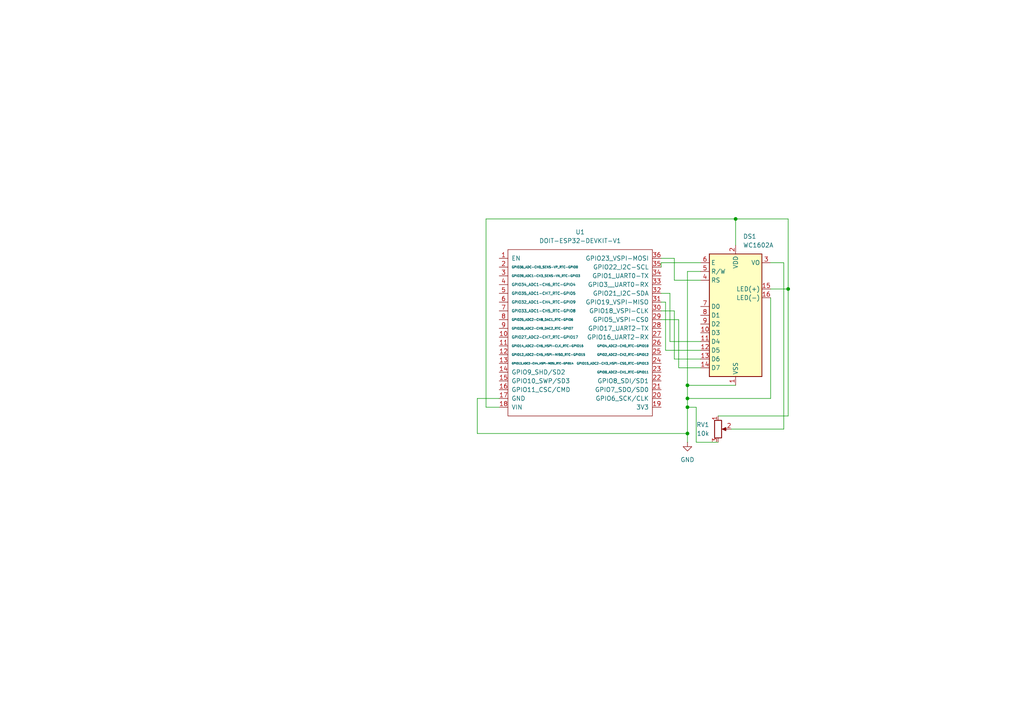
<source format=kicad_sch>
(kicad_sch (version 20250114) (generator "eeschema") (generator_version "9.0")
  (paper "A4")
  (title_block (title "POITimer") (rev "1"))
  (lib_symbols
    (symbol "Device:R_Potentiometer" (pin_names (offset 1.016) (hide yes))
      (property "Reference" "RV" (at -4.445 0 90))
      (property "Value" "R_Potentiometer" (at -2.54 0 90))
      (symbol "R_Potentiometer_0_1"
        (rectangle (start 1.016 2.54) (end -1.016 -2.54) (stroke (width 0.254)))
        (polyline (pts (xy 1.143 0) (xy 2.286 0.508) (xy 2.286 -0.508) (xy 1.143 0)) (fill (type outline)))
        (polyline (pts (xy 2.54 0) (xy 1.524 0)))
      )
      (symbol "R_Potentiometer_1_1"
        (pin passive line (at 0 3.81 270) (length 1.27) (name "1") (number "1"))
        (pin passive line (at 0 -3.81 90) (length 1.27) (name "3") (number "3"))
        (pin passive line (at 3.81 0 180) (length 1.27) (name "2") (number "2"))
      )
    )
    (symbol "Display_Character:WC1602A"
      (property "Reference" "DS" (at -5.842 19.05 0))
      (property "Value" "WC1602A" (at 5.334 19.05 0))
      (symbol "WC1602A_1_1"
        (rectangle (start -7.62 17.78) (end 7.62 -17.78) (stroke (width 0.254)) (fill (type background)))
        (pin input line (at -10.16 15.24 0) (length 2.54) (name "E") (number "6"))
        (pin input line (at -10.16 12.7 0) (length 2.54) (name "R/W") (number "5"))
        (pin input line (at -10.16 10.16 0) (length 2.54) (name "RS") (number "4"))
        (pin input line (at -10.16 2.54 0) (length 2.54) (name "D0") (number "7"))
        (pin input line (at -10.16 0 0) (length 2.54) (name "D1") (number "8"))
        (pin input line (at -10.16 -2.54 0) (length 2.54) (name "D2") (number "9"))
        (pin input line (at -10.16 -5.08 0) (length 2.54) (name "D3") (number "10"))
        (pin input line (at -10.16 -7.62 0) (length 2.54) (name "D4") (number "11"))
        (pin input line (at -10.16 -10.16 0) (length 2.54) (name "D5") (number "12"))
        (pin input line (at -10.16 -12.7 0) (length 2.54) (name "D6") (number "13"))
        (pin input line (at -10.16 -15.24 0) (length 2.54) (name "D7") (number "14"))
        (pin power_in line (at 0 20.32 270) (length 2.54) (name "VDD") (number "2"))
        (pin power_in line (at 0 -20.32 90) (length 2.54) (name "VSS") (number "1"))
        (pin input line (at 10.16 15.24 180) (length 2.54) (name "VO") (number "3"))
        (pin power_in line (at 10.16 7.62 180) (length 2.54) (name "LED(+)") (number "15"))
        (pin power_in line (at 10.16 5.08 180) (length 2.54) (name "LED(-)") (number "16"))
      )
    )
    (symbol "doit-esp32-devkit-v1:DOIT-ESP32-DEVKIT-V1" (pin_names (offset 1.016))
      (property "Reference" "U" (at -1.27 11.43 0))
      (property "Value" "DOIT-ESP32-DEVKIT-V1" (at 0 13.97 0))
      (symbol "DOIT-ESP32-DEVKIT-V1_0_1"
        (rectangle (start 20.32 10.16) (end -21.59 -38.1))
      )
      (symbol "DOIT-ESP32-DEVKIT-V1_1_1"
        (pin output line (at -24.13 7.62 0) (length 2.54) (name "EN") (number "1"))
        (pin bidirectional line (at -24.13 5.08 0) (length 2.54) (name "GPIO36_ADC-CH0_SENS-VP_RTC-GPIO0") (number "2"))
        (pin bidirectional line (at -24.13 2.54 0) (length 2.54) (name "GPIO39_ADC1-CH3_SENS-VN_RTC-GPIO3") (number "3"))
        (pin bidirectional line (at -24.13 0 0) (length 2.54) (name "GPIO34_ADC1-CH6_RTC-GPIO4") (number "4"))
        (pin bidirectional line (at -24.13 -2.54 0) (length 2.54) (name "GPIO35_ADC1-CH7_RTC-GPIO5") (number "5"))
        (pin bidirectional line (at -24.13 -5.08 0) (length 2.54) (name "GPIO32_ADC1-CH4_RTC-GPIO9") (number "6"))
        (pin bidirectional line (at -24.13 -7.62 0) (length 2.54) (name "GPIO33_ADC1-CH5_RTC-GPIO8") (number "7"))
        (pin bidirectional line (at -24.13 -10.16 0) (length 2.54) (name "GPIO25_ADC2-CH8_DAC1_RTC-GPIO6") (number "8"))
        (pin bidirectional line (at -24.13 -12.7 0) (length 2.54) (name "GPIO26_ADC2-CH9_DAC2_RTC-GPIO7") (number "9"))
        (pin bidirectional line (at -24.13 -15.24 0) (length 2.54) (name "GPIO27_ADC2-CH7_RTC-GPIO17") (number "10"))
        (pin bidirectional line (at -24.13 -17.78 0) (length 2.54) (name "GPIO14_ADC2-CH6_HSPI-CLK_RTC-GPIO16") (number "11"))
        (pin bidirectional line (at -24.13 -20.32 0) (length 2.54) (name "GPIO12_ADC2-CH5_HSPI-MISO_RTC-GPIO15") (number "12"))
        (pin bidirectional line (at -24.13 -22.86 0) (length 2.54) (name "GPIO13_ADC2-CH4_HSPI-MOSI_RTC-GPIO14") (number "13"))
        (pin unspecified line (at -24.13 -25.4 0) (length 2.54) (name "GPIO9_SHD/SD2") (number "14"))
        (pin unspecified line (at -24.13 -27.94 0) (length 2.54) (name "GPIO10_SWP/SD3") (number "15"))
        (pin unspecified line (at -24.13 -30.48 0) (length 2.54) (name "GPIO11_CSC/CMD") (number "16"))
        (pin bidirectional line (at -24.13 -33.02 0) (length 2.54) (name "GND") (number "17"))
        (pin bidirectional line (at -24.13 -35.56 0) (length 2.54) (name "VIN") (number "18"))
        (pin bidirectional line (at 22.86 7.62 180) (length 2.54) (name "GPIO23_VSPI-MOSI") (number "36"))
        (pin bidirectional line (at 22.86 5.08 180) (length 2.54) (name "GPIO22_I2C-SCL") (number "35"))
        (pin bidirectional line (at 22.86 2.54 180) (length 2.54) (name "GPIO1_UART0-TX") (number "34"))
        (pin bidirectional line (at 22.86 0 180) (length 2.54) (name "GPIO3__UART0-RX") (number "33"))
        (pin bidirectional line (at 22.86 -2.54 180) (length 2.54) (name "GPIO21_I2C-SDA") (number "32"))
        (pin bidirectional line (at 22.86 -5.08 180) (length 2.54) (name "GPIO19_VSPI-MISO") (number "31"))
        (pin bidirectional line (at 22.86 -7.62 180) (length 2.54) (name "GPIO18_VSPI-CLK") (number "30"))
        (pin bidirectional line (at 22.86 -10.16 180) (length 2.54) (name "GPIO5_VSPI-CS0") (number "29"))
        (pin bidirectional line (at 22.86 -12.7 180) (length 2.54) (name "GPIO17_UART2-TX") (number "28"))
        (pin bidirectional line (at 22.86 -15.24 180) (length 2.54) (name "GPIO16_UART2-RX") (number "27"))
        (pin bidirectional line (at 22.86 -17.78 180) (length 2.54) (name "GPIO4_ADC2-CH0_RTC-GPIO10") (number "26"))
        (pin bidirectional line (at 22.86 -20.32 180) (length 2.54) (name "GPIO2_ADC2-CH2_RTC-GPIO12") (number "25"))
        (pin bidirectional line (at 22.86 -22.86 180) (length 2.54) (name "GPIO15_ADC2-CH3_HSPI-CS0_RTC-GPIO13") (number "24"))
        (pin bidirectional line (at 22.86 -25.4 180) (length 2.54) (name "GPIO0_ADC2-CH1_RTC-GPIO11") (number "23"))
        (pin unspecified line (at 22.86 -27.94 180) (length 2.54) (name "GPIO8_SDI/SD1") (number "22"))
        (pin unspecified line (at 22.86 -30.48 180) (length 2.54) (name "GPIO7_SDO/SD0") (number "21"))
        (pin unspecified line (at 22.86 -33.02 180) (length 2.54) (name "GPIO6_SCK/CLK") (number "20"))
        (pin output line (at 22.86 -35.56 180) (length 2.54) (name "3V3") (number "19"))
      )
    )
    (symbol "power:GND" (power) (pin_numbers (hide yes)) (pin_names (offset 0) (hide yes))
      (property "Value" "GND" (at 0 -3.81 0))
      (symbol "GND_0_1"
        (polyline (pts (xy 0 0) (xy 0 -1.27) (xy 1.27 -1.27) (xy 0 -2.54) (xy -1.27 -1.27) (xy 0 -1.27)))
      )
      (symbol "GND_1_1"
        (pin power_in line (at 0 0 270) (length 0) (name "~") (number "1"))
      )
    )
  )
  (junction (at 199.39 115.57))
  (junction (at 213.36 63.5))
  (junction (at 199.39 125.73))
  (junction (at 228.6 83.82))
  (junction (at 199.39 118.11))
  (junction (at 199.39 111.76))
  (wire (pts (xy 199.39 118.11) (xy 199.39 115.57)))
  (wire (pts (xy 194.31 85.09) (xy 191.77 85.09)))
  (wire (pts (xy 199.39 115.57) (xy 199.39 111.76)))
  (wire (pts (xy 199.39 125.73) (xy 199.39 128.27)))
  (wire (pts (xy 201.93 128.27) (xy 201.93 118.11)))
  (wire (pts (xy 201.93 118.11) (xy 199.39 118.11)))
  (wire (pts (xy 140.97 63.5) (xy 140.97 118.11)))
  (wire (pts (xy 199.39 111.76) (xy 199.39 78.74)))
  (wire (pts (xy 195.58 90.17) (xy 191.77 90.17)))
  (wire (pts (xy 144.78 115.57) (xy 138.43 115.57)))
  (wire (pts (xy 195.58 81.28) (xy 195.58 74.93)))
  (wire (pts (xy 223.52 83.82) (xy 228.6 83.82)))
  (wire (pts (xy 208.28 120.65) (xy 228.6 120.65)))
  (wire (pts (xy 199.39 78.74) (xy 203.2 78.74)))
  (wire (pts (xy 199.39 125.73) (xy 199.39 118.11)))
  (wire (pts (xy 195.58 104.14) (xy 195.58 90.17)))
  (wire (pts (xy 212.09 124.46) (xy 227.33 124.46)))
  (wire (pts (xy 223.52 115.57) (xy 199.39 115.57)))
  (wire (pts (xy 191.77 76.2) (xy 191.77 77.47)))
  (wire (pts (xy 227.33 76.2) (xy 223.52 76.2)))
  (wire (pts (xy 195.58 74.93) (xy 191.77 74.93)))
  (wire (pts (xy 203.2 101.6) (xy 193.04 101.6)))
  (wire (pts (xy 196.85 92.71) (xy 191.77 92.71)))
  (wire (pts (xy 199.39 111.76) (xy 213.36 111.76)))
  (wire (pts (xy 203.2 76.2) (xy 191.77 76.2)))
  (wire (pts (xy 203.2 81.28) (xy 195.58 81.28)))
  (wire (pts (xy 138.43 125.73) (xy 199.39 125.73)))
  (wire (pts (xy 203.2 104.14) (xy 195.58 104.14)))
  (wire (pts (xy 228.6 83.82) (xy 228.6 63.5)))
  (wire (pts (xy 138.43 115.57) (xy 138.43 125.73)))
  (wire (pts (xy 223.52 86.36) (xy 223.52 115.57)))
  (wire (pts (xy 140.97 118.11) (xy 144.78 118.11)))
  (wire (pts (xy 213.36 63.5) (xy 140.97 63.5)))
  (wire (pts (xy 228.6 63.5) (xy 213.36 63.5)))
  (wire (pts (xy 196.85 106.68) (xy 196.85 92.71)))
  (wire (pts (xy 203.2 99.06) (xy 194.31 99.06)))
  (wire (pts (xy 227.33 124.46) (xy 227.33 76.2)))
  (wire (pts (xy 228.6 120.65) (xy 228.6 83.82)))
  (wire (pts (xy 203.2 106.68) (xy 196.85 106.68)))
  (wire (pts (xy 193.04 87.63) (xy 191.77 87.63)))
  (wire (pts (xy 213.36 71.12) (xy 213.36 63.5)))
  (wire (pts (xy 208.28 128.27) (xy 201.93 128.27)))
  (wire (pts (xy 194.31 99.06) (xy 194.31 85.09)))
  (wire (pts (xy 193.04 101.6) (xy 193.04 87.63)))
  (symbol (lib_id "Device:R_Potentiometer") (at 208.28 124.46 0) (unit 1)
    (property "Reference" "RV1" (at 205.74 123.1899 0) (effects (justify right)))
    (property "Value" "10k" (at 205.74 125.7299 0) (effects (justify right)))
    (property "Footprint" "Potentiometer_THT:Potentiometer_Bourns_3296W_Vertical" (effects (hide yes)))
    (property "Description" "Potentiometer" (effects (hide yes)))
  )
  (symbol (lib_id "power:GND") (at 199.39 128.27 0) (unit 1)
    (property "Reference" "#PWR01" (effects (hide yes)))
    (property "Value" "GND" (at 199.39 133.35 0))
    (property "Description" "Power symbol creates a global label with name \"GND\" , ground" (effects (hide yes)))
  )
  (symbol (lib_id "Display_Character:WC1602A") (at 213.36 91.44 0) (unit 1)
    (property "Reference" "DS1" (at 215.5033 68.58 0) (effects (justify left)))
    (property "Value" "WC1602A" (at 215.5033 71.12 0) (effects (justify left)))
    (property "Footprint" "Display:WC1602A" (effects (hide yes)))
    (property "Datasheet" "http://www.wincomlcd.com/pdf/WC1602A-SFYLYHTC06.pdf" (effects (hide yes)))
    (property "Description" "LCD 16x2 Alphanumeric , 8 bit parallel bus, 5V VDD" (effects (hide yes)))
  )
  (symbol (lib_id "doit-esp32-devkit-v1:DOIT-ESP32-DEVKIT-V1") (at 168.91 82.55 0) (unit 1)
    (property "Reference" "U1" (at 168.275 67.31 0))
    (property "Value" "DOIT-ESP32-DEVKIT-V1" (at 168.275 69.85 0))
    (property "Footprint" "doit-esp32-devkit-kicad:ESP32-DOIT-DEVKIT" (effects (hide yes)))
  )
)
</source>
